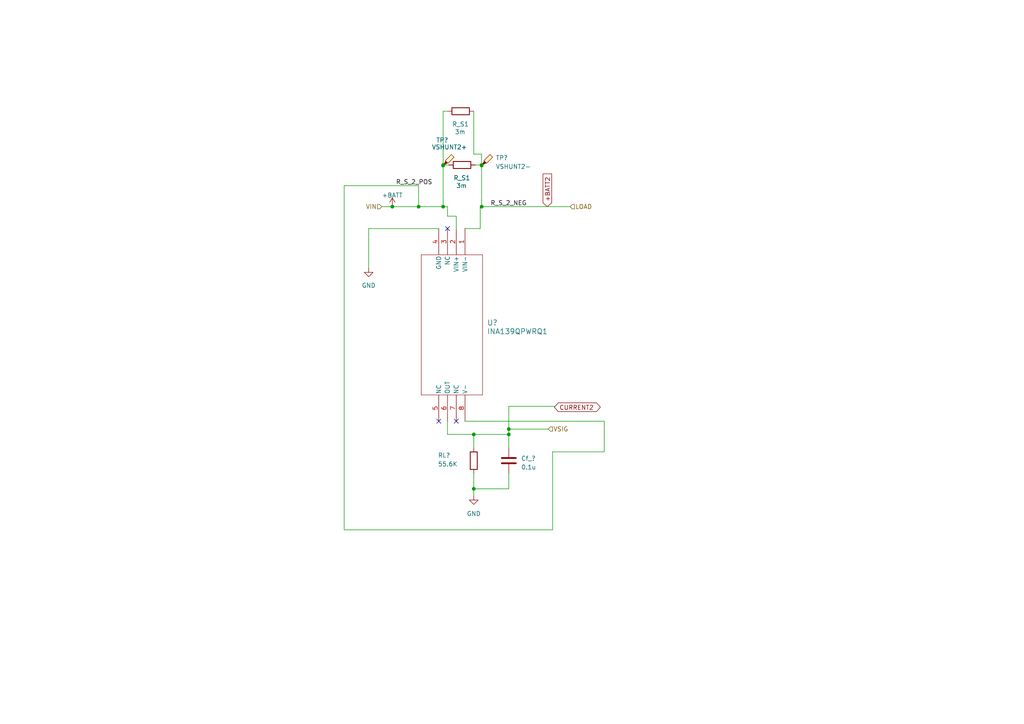
<source format=kicad_sch>
(kicad_sch (version 20230121) (generator eeschema)
  (paper "A4")
  (lib_symbols
    (symbol "Connector:TestPoint_Probe" (pin_numbers hide) (pin_names (offset 0.762) hide)
      (property "Reference" "TP" (at 1.651 5.842 0))
      (property "Value" "TestPoint_Probe" (at 1.651 4.064 0))
      (symbol "TestPoint_Probe_0_1"
        (polyline (pts (xy 1.27 0.762) (xy 0 0) (xy 0.762 1.27) (xy 1.27 0.762)) (fill (type outline)))
        (polyline (pts (xy 1.397 0.635) (xy 0.635 1.397) (xy 2.413 3.175) (xy 3.175 2.413) (xy 1.397 0.635)) (fill (type background)))
      )
      (symbol "TestPoint_Probe_1_1"
        (pin passive line (at 0 0 90) (length 0) (name "1") (number "1"))
      )
    )
    (symbol "Device:C" (pin_numbers hide) (pin_names (offset 0.254))
      (property "Reference" "C" (at 0.635 2.54 0))
      (property "Value" "C" (at 0.635 -2.54 0))
      (symbol "C_0_1"
        (polyline (pts (xy -2.032 -0.762) (xy 2.032 -0.762)) (stroke (width 0.508)))
        (polyline (pts (xy -2.032 0.762) (xy 2.032 0.762)) (stroke (width 0.508)))
      )
      (symbol "C_1_1"
        (pin passive line (at 0 3.81 270) (length 2.794) (name "~") (number "1"))
        (pin passive line (at 0 -3.81 90) (length 2.794) (name "~") (number "2"))
      )
    )
    (symbol "Device:R" (pin_numbers hide) (pin_names (offset 0))
      (property "Reference" "R" (at 2.032 0 90))
      (property "Value" "R" (at 0 0 90))
      (symbol "R_0_1"
        (rectangle (start -1.016 -2.54) (end 1.016 2.54) (stroke (width 0.254)))
      )
      (symbol "R_1_1"
        (pin passive line (at 0 3.81 270) (length 1.27) (name "~") (number "1"))
        (pin passive line (at 0 -3.81 90) (length 1.27) (name "~") (number "2"))
      )
    )
    (symbol "INA139:INA139QPWRQ1" (pin_names (offset 0.254))
      (property "Reference" "U" (at 27.94 10.16 0))
      (property "Value" "INA139QPWRQ1" (at 27.94 7.62 0))
      (symbol "INA139QPWRQ1_0_1"
        (polyline (pts (xy 7.62 -12.7) (xy 48.26 -12.7)) (stroke (width 0.127)))
        (polyline (pts (xy 7.62 5.08) (xy 7.62 -12.7)) (stroke (width 0.127)))
        (polyline (pts (xy 48.26 -12.7) (xy 48.26 5.08)) (stroke (width 0.127)))
        (polyline (pts (xy 48.26 5.08) (xy 7.62 5.08)) (stroke (width 0.127)))
        (pin input line (at 0 0 0) (length 7.62) (name "VIN-") (number "1"))
        (pin input line (at 0 -2.54 0) (length 7.62) (name "VIN+") (number "2"))
        (pin unspecified line (at 0 -5.08 0) (length 7.62) (name "NC") (number "3"))
        (pin power_in line (at 0 -7.62 0) (length 7.62) (name "GND") (number "4"))
        (pin unspecified line (at 55.88 -7.62 180) (length 7.62) (name "NC") (number "5"))
        (pin output line (at 55.88 -5.08 180) (length 7.62) (name "OUT") (number "6"))
        (pin unspecified line (at 55.88 -2.54 180) (length 7.62) (name "NC") (number "7"))
        (pin power_in line (at 55.88 0 180) (length 7.62) (name "V-") (number "8"))
      )
    )
    (symbol "power:+BATT" (power) (pin_names (offset 0))
      (property "Value" "+BATT" (at 0 3.556 0))
      (symbol "+BATT_0_1"
        (polyline (pts (xy -0.762 1.27) (xy 0 2.54)))
        (polyline (pts (xy 0 0) (xy 0 2.54)))
        (polyline (pts (xy 0 2.54) (xy 0.762 1.27)))
      )
      (symbol "+BATT_1_1"
        (pin power_in line (at 0 0 90) (length 0) hide (name "+BATT") (number "1"))
      )
    )
    (symbol "power:GND" (power) (pin_names (offset 0))
      (property "Value" "GND" (at 0 -3.81 0))
      (symbol "GND_0_1"
        (polyline (pts (xy 0 0) (xy 0 -1.27) (xy 1.27 -1.27) (xy 0 -2.54) (xy -1.27 -1.27) (xy 0 -1.27)))
      )
      (symbol "GND_1_1"
        (pin power_in line (at 0 0 270) (length 0) hide (name "GND") (number "1"))
      )
    )
  )
  (junction (at 128.524 48.006))
  (junction (at 113.792 59.944))
  (junction (at 128.524 47.8536))
  (junction (at 147.574 124.46))
  (junction (at 139.7 47.8536))
  (junction (at 139.7 48.006))
  (junction (at 137.414 141.7826))
  (junction (at 147.574 125.9998))
  (junction (at 139.7 59.944))
  (junction (at 128.524 59.944))
  (junction (at 137.414 125.9998))
  (junction (at 121.412 59.944))
  (no_connect (at 127.254 122.174))
  (no_connect (at 129.794 66.294))
  (no_connect (at 132.334 122.174))
  (wire (pts (xy 128.524 59.944) (xy 129.794 59.944)))
  (wire (pts (xy 128.524 32.258) (xy 128.524 47.8536)))
  (wire (pts (xy 129.794 125.984) (xy 137.414 125.984)))
  (wire (pts (xy 139.2882 66.294) (xy 134.874 66.294)))
  (wire (pts (xy 129.794 62.6946) (xy 129.794 59.944)))
  (wire (pts (xy 132.334 66.294) (xy 132.334 62.6946)))
  (wire (pts (xy 137.414 32.258) (xy 137.414 44.704)))
  (wire (pts (xy 99.822 53.848) (xy 99.822 153.67)))
  (wire (pts (xy 175.26 122.174) (xy 175.26 131.064)))
  (wire (pts (xy 139.7 48.006) (xy 139.7 59.944)))
  (wire (pts (xy 137.414 125.9998) (xy 147.574 125.9998)))
  (wire (pts (xy 129.794 122.174) (xy 129.794 125.984)))
  (wire (pts (xy 175.26 131.064) (xy 160.274 131.064)))
  (wire (pts (xy 137.414 44.704) (xy 139.7 44.704)))
  (wire (pts (xy 130.2004 47.8536) (xy 128.524 47.8536)))
  (wire (pts (xy 113.792 59.944) (xy 121.412 59.944)))
  (wire (pts (xy 147.574 124.46) (xy 159.004 124.46)))
  (wire (pts (xy 139.2882 59.944) (xy 139.2882 66.294)))
  (wire (pts (xy 139.7 47.8536) (xy 139.7 48.006)))
  (wire (pts (xy 160.782 117.856) (xy 160.782 118.11)))
  (wire (pts (xy 137.414 125.984) (xy 137.414 125.9998)))
  (wire (pts (xy 147.574 117.856) (xy 160.782 117.856)))
  (wire (pts (xy 139.7 59.944) (xy 165.354 59.944)))
  (wire (pts (xy 147.574 124.46) (xy 147.574 125.9998)))
  (wire (pts (xy 147.574 141.7826) (xy 137.414 141.7826)))
  (wire (pts (xy 132.334 62.6946) (xy 129.794 62.6946)))
  (wire (pts (xy 121.412 59.944) (xy 128.524 59.944)))
  (wire (pts (xy 99.822 153.67) (xy 160.274 153.67)))
  (wire (pts (xy 137.8204 47.8536) (xy 139.7 47.8536)))
  (wire (pts (xy 134.874 122.174) (xy 175.26 122.174)))
  (wire (pts (xy 121.412 53.848) (xy 121.412 59.944)))
  (wire (pts (xy 129.794 32.258) (xy 128.524 32.258)))
  (wire (pts (xy 147.574 125.9998) (xy 147.574 129.794)))
  (wire (pts (xy 99.822 53.848) (xy 121.412 53.848)))
  (wire (pts (xy 128.524 48.006) (xy 128.524 59.944)))
  (wire (pts (xy 137.414 141.7826) (xy 137.414 143.764)))
  (wire (pts (xy 139.7 44.704) (xy 139.7 47.8536)))
  (wire (pts (xy 147.574 137.414) (xy 147.574 141.7826)))
  (wire (pts (xy 106.934 66.294) (xy 106.934 77.724)))
  (wire (pts (xy 139.2882 59.944) (xy 139.7 59.944)))
  (wire (pts (xy 137.414 125.9998) (xy 137.414 129.794)))
  (wire (pts (xy 147.574 124.46) (xy 147.574 117.856)))
  (wire (pts (xy 128.524 47.8536) (xy 128.524 48.006)))
  (wire (pts (xy 160.274 131.064) (xy 160.274 153.67)))
  (wire (pts (xy 159.004 124.46) (xy 159.004 124.4442)))
  (wire (pts (xy 127.254 66.294) (xy 106.934 66.294)))
  (wire (pts (xy 110.744 59.944) (xy 113.792 59.944)))
  (wire (pts (xy 137.414 137.414) (xy 137.414 141.7826)))
  (label "R_S_2_NEG" (at 142.24 59.944 0))
  (label "R_S_2_POS" (at 114.808 53.848 0))
  (global_label "+BATT2" (shape input) (at 158.75 59.944 90) (property "Intersheetrefs" "${INTERSHEET_REFS}" (effects hide)))
  (global_label "CURRENT2" (shape bidirectional) (at 160.782 118.11 0) (property "Intersheetrefs" "${INTERSHEET_REFS}" (effects hide)))
  (hierarchical_label "VSIG" (shape input) (at 159.004 124.4442 0))
  (hierarchical_label "LOAD" (shape input) (at 165.354 59.944 0))
  (hierarchical_label "VIN" (shape input) (at 110.744 59.944 180))
  (symbol (lib_id "power:+BATT") (at 113.792 59.944 0) (unit 1)
    (property "Reference" "#PWR03" (effects hide))
    (property "Value" "+BATT" (at 113.792 56.642 0))
    (instances (project "rps01" (path "" (reference "#PWR03") (unit 1)) (path "" (reference "#PWR098") (unit 1))))
  )
  (symbol (lib_id "power:GND") (at 137.414 143.764 0) (unit 1)
    (property "Reference" "#PWR?" (effects hide))
    (property "Value" "GND" (at 137.414 148.9964 0))
    (instances (project "rps01" (path "" (reference "#PWR?") (unit 1)) (path "" (reference "#PWR099") (unit 1))))
  )
  (symbol (lib_id "Device:R") (at 137.414 133.604 180) (unit 1)
    (property "Reference" "RL?" (at 127 132.08 0) (effects (justify right)))
    (property "Value" "55.6K" (at 127 134.62 0) (effects (justify right)))
    (property "Footprint" "Resistor_SMD:R_0603_1608Metric" (effects hide))
    (instances (project "rps01" (path "" (reference "RL?") (unit 1)) (path "" (reference "R1_CS1") (unit 1))))
  )
  (symbol (lib_id "Connector:TestPoint_Probe") (at 128.524 48.006 0) (unit 1)
    (property "Reference" "TP?" (at 126.492 40.64 0) (effects (justify left)))
    (property "Value" "VSHUNT2+" (at 125.222 42.672 0) (effects (justify left)))
    (property "Footprint" "Mechatronics TestP:CONN1_RCU-0C_TEC" (effects hide))
    (instances (project "rps01" (path "" (reference "TP?") (unit 1)) (path "" (reference "TP2") (unit 1)) (path "" (reference "TP3") (unit 1))))
  )
  (symbol (lib_id "Connector:TestPoint_Probe") (at 139.7 48.006 0) (unit 1)
    (property "Reference" "TP?" (at 143.764 45.7835 0) (effects (justify left)))
    (property "Value" "VSHUNT2-" (at 143.764 48.3235 0) (effects (justify left)))
    (property "Footprint" "Mechatronics TestP:CONN1_RCU-0C_TEC" (effects hide))
    (instances (project "rps01" (path "" (reference "TP?") (unit 1)) (path "" (reference "TP1") (unit 1)) (path "" (reference "TP4") (unit 1))))
  )
  (symbol (lib_id "INA139:INA139QPWRQ1") (at 134.874 66.294 270) (unit 1)
    (property "Reference" "U?" (at 141.224 93.599 90) (effects (font (size 1.524 1.524)) (justify left)))
    (property "Value" "INA139QPWRQ1" (at 141.224 96.139 90) (effects (font (size 1.524 1.524)) (justify left)))
    (property "Footprint" "Mechatronic Footprints:INA139_PW8" (effects hide))
    (property "Datasheet" "INA139QPWRQ1" (effects hide))
    (instances (project "rps01" (path "" (reference "U?") (unit 1)) (path "" (reference "U22") (unit 1))))
  )
  (symbol (lib_id "Device:R") (at 134.0104 47.8536 90) (unit 1)
    (property "Reference" "R_S1" (at 133.9596 51.6128 90))
    (property "Value" "3m" (at 133.858 53.848 90))
    (property "Footprint" "Mechatronic Footprints:CSS2H-5930R" (effects hide))
    (instances (project "rps01" (path "" (reference "R_S1") (unit 1)) (path "" (reference "R_S2") (unit 1))))
  )
  (symbol (lib_id "Device:C") (at 147.574 133.604 0) (unit 1)
    (property "Reference" "Cf_?" (at 151.13 132.969 0) (effects (justify left)))
    (property "Value" "0.1u" (at 151.13 135.509 0) (effects (justify left)))
    (property "Footprint" "Capacitor_SMD:C_0603_1608Metric" (effects hide))
    (instances (project "rps01" (path "" (reference "Cf_?") (unit 1)) (path "" (reference "C1_CS1") (unit 1))))
  )
  (symbol (lib_id "power:GND") (at 106.934 77.724 0) (unit 1)
    (property "Reference" "#PWR?" (effects hide))
    (property "Value" "GND" (at 106.934 82.804 0))
    (instances (project "rps01" (path "" (reference "#PWR?") (unit 1)) (path "" (reference "#PWR097") (unit 1))))
  )
  (symbol (lib_id "Device:R") (at 133.604 32.258 90) (unit 1)
    (property "Reference" "R_S1" (at 133.5532 36.0172 90))
    (property "Value" "3m" (at 133.4516 38.2524 90))
    (property "Footprint" "Mechatronic Footprints:CSS2H-5930R" (effects hide))
  )
)
</source>
